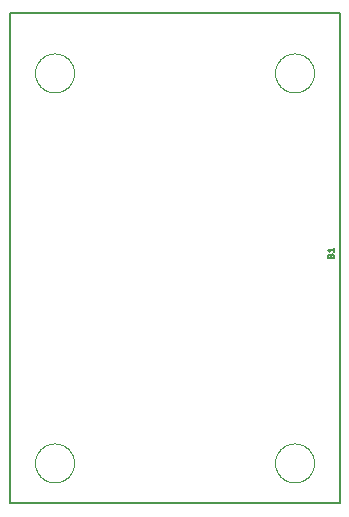
<source format=gbo>
G75*
%MOIN*%
%OFA0B0*%
%FSLAX25Y25*%
%IPPOS*%
%LPD*%
%AMOC8*
5,1,8,0,0,1.08239X$1,22.5*
%
%ADD10C,0.00800*%
%ADD11C,0.00000*%
%ADD12C,0.00500*%
D10*
X0001400Y0032750D02*
X0001400Y0196250D01*
X0111400Y0196250D01*
X0111400Y0032750D01*
X0001400Y0032750D01*
D11*
X0009900Y0046250D02*
X0009902Y0046411D01*
X0009908Y0046571D01*
X0009918Y0046732D01*
X0009932Y0046892D01*
X0009950Y0047052D01*
X0009971Y0047211D01*
X0009997Y0047370D01*
X0010027Y0047528D01*
X0010060Y0047685D01*
X0010098Y0047842D01*
X0010139Y0047997D01*
X0010184Y0048151D01*
X0010233Y0048304D01*
X0010286Y0048456D01*
X0010342Y0048607D01*
X0010403Y0048756D01*
X0010466Y0048904D01*
X0010534Y0049050D01*
X0010605Y0049194D01*
X0010679Y0049336D01*
X0010757Y0049477D01*
X0010839Y0049615D01*
X0010924Y0049752D01*
X0011012Y0049886D01*
X0011104Y0050018D01*
X0011199Y0050148D01*
X0011297Y0050276D01*
X0011398Y0050401D01*
X0011502Y0050523D01*
X0011609Y0050643D01*
X0011719Y0050760D01*
X0011832Y0050875D01*
X0011948Y0050986D01*
X0012067Y0051095D01*
X0012188Y0051200D01*
X0012312Y0051303D01*
X0012438Y0051403D01*
X0012566Y0051499D01*
X0012697Y0051592D01*
X0012831Y0051682D01*
X0012966Y0051769D01*
X0013104Y0051852D01*
X0013243Y0051932D01*
X0013385Y0052008D01*
X0013528Y0052081D01*
X0013673Y0052150D01*
X0013820Y0052216D01*
X0013968Y0052278D01*
X0014118Y0052336D01*
X0014269Y0052391D01*
X0014422Y0052442D01*
X0014576Y0052489D01*
X0014731Y0052532D01*
X0014887Y0052571D01*
X0015043Y0052607D01*
X0015201Y0052638D01*
X0015359Y0052666D01*
X0015518Y0052690D01*
X0015678Y0052710D01*
X0015838Y0052726D01*
X0015998Y0052738D01*
X0016159Y0052746D01*
X0016320Y0052750D01*
X0016480Y0052750D01*
X0016641Y0052746D01*
X0016802Y0052738D01*
X0016962Y0052726D01*
X0017122Y0052710D01*
X0017282Y0052690D01*
X0017441Y0052666D01*
X0017599Y0052638D01*
X0017757Y0052607D01*
X0017913Y0052571D01*
X0018069Y0052532D01*
X0018224Y0052489D01*
X0018378Y0052442D01*
X0018531Y0052391D01*
X0018682Y0052336D01*
X0018832Y0052278D01*
X0018980Y0052216D01*
X0019127Y0052150D01*
X0019272Y0052081D01*
X0019415Y0052008D01*
X0019557Y0051932D01*
X0019696Y0051852D01*
X0019834Y0051769D01*
X0019969Y0051682D01*
X0020103Y0051592D01*
X0020234Y0051499D01*
X0020362Y0051403D01*
X0020488Y0051303D01*
X0020612Y0051200D01*
X0020733Y0051095D01*
X0020852Y0050986D01*
X0020968Y0050875D01*
X0021081Y0050760D01*
X0021191Y0050643D01*
X0021298Y0050523D01*
X0021402Y0050401D01*
X0021503Y0050276D01*
X0021601Y0050148D01*
X0021696Y0050018D01*
X0021788Y0049886D01*
X0021876Y0049752D01*
X0021961Y0049615D01*
X0022043Y0049477D01*
X0022121Y0049336D01*
X0022195Y0049194D01*
X0022266Y0049050D01*
X0022334Y0048904D01*
X0022397Y0048756D01*
X0022458Y0048607D01*
X0022514Y0048456D01*
X0022567Y0048304D01*
X0022616Y0048151D01*
X0022661Y0047997D01*
X0022702Y0047842D01*
X0022740Y0047685D01*
X0022773Y0047528D01*
X0022803Y0047370D01*
X0022829Y0047211D01*
X0022850Y0047052D01*
X0022868Y0046892D01*
X0022882Y0046732D01*
X0022892Y0046571D01*
X0022898Y0046411D01*
X0022900Y0046250D01*
X0022898Y0046089D01*
X0022892Y0045929D01*
X0022882Y0045768D01*
X0022868Y0045608D01*
X0022850Y0045448D01*
X0022829Y0045289D01*
X0022803Y0045130D01*
X0022773Y0044972D01*
X0022740Y0044815D01*
X0022702Y0044658D01*
X0022661Y0044503D01*
X0022616Y0044349D01*
X0022567Y0044196D01*
X0022514Y0044044D01*
X0022458Y0043893D01*
X0022397Y0043744D01*
X0022334Y0043596D01*
X0022266Y0043450D01*
X0022195Y0043306D01*
X0022121Y0043164D01*
X0022043Y0043023D01*
X0021961Y0042885D01*
X0021876Y0042748D01*
X0021788Y0042614D01*
X0021696Y0042482D01*
X0021601Y0042352D01*
X0021503Y0042224D01*
X0021402Y0042099D01*
X0021298Y0041977D01*
X0021191Y0041857D01*
X0021081Y0041740D01*
X0020968Y0041625D01*
X0020852Y0041514D01*
X0020733Y0041405D01*
X0020612Y0041300D01*
X0020488Y0041197D01*
X0020362Y0041097D01*
X0020234Y0041001D01*
X0020103Y0040908D01*
X0019969Y0040818D01*
X0019834Y0040731D01*
X0019696Y0040648D01*
X0019557Y0040568D01*
X0019415Y0040492D01*
X0019272Y0040419D01*
X0019127Y0040350D01*
X0018980Y0040284D01*
X0018832Y0040222D01*
X0018682Y0040164D01*
X0018531Y0040109D01*
X0018378Y0040058D01*
X0018224Y0040011D01*
X0018069Y0039968D01*
X0017913Y0039929D01*
X0017757Y0039893D01*
X0017599Y0039862D01*
X0017441Y0039834D01*
X0017282Y0039810D01*
X0017122Y0039790D01*
X0016962Y0039774D01*
X0016802Y0039762D01*
X0016641Y0039754D01*
X0016480Y0039750D01*
X0016320Y0039750D01*
X0016159Y0039754D01*
X0015998Y0039762D01*
X0015838Y0039774D01*
X0015678Y0039790D01*
X0015518Y0039810D01*
X0015359Y0039834D01*
X0015201Y0039862D01*
X0015043Y0039893D01*
X0014887Y0039929D01*
X0014731Y0039968D01*
X0014576Y0040011D01*
X0014422Y0040058D01*
X0014269Y0040109D01*
X0014118Y0040164D01*
X0013968Y0040222D01*
X0013820Y0040284D01*
X0013673Y0040350D01*
X0013528Y0040419D01*
X0013385Y0040492D01*
X0013243Y0040568D01*
X0013104Y0040648D01*
X0012966Y0040731D01*
X0012831Y0040818D01*
X0012697Y0040908D01*
X0012566Y0041001D01*
X0012438Y0041097D01*
X0012312Y0041197D01*
X0012188Y0041300D01*
X0012067Y0041405D01*
X0011948Y0041514D01*
X0011832Y0041625D01*
X0011719Y0041740D01*
X0011609Y0041857D01*
X0011502Y0041977D01*
X0011398Y0042099D01*
X0011297Y0042224D01*
X0011199Y0042352D01*
X0011104Y0042482D01*
X0011012Y0042614D01*
X0010924Y0042748D01*
X0010839Y0042885D01*
X0010757Y0043023D01*
X0010679Y0043164D01*
X0010605Y0043306D01*
X0010534Y0043450D01*
X0010466Y0043596D01*
X0010403Y0043744D01*
X0010342Y0043893D01*
X0010286Y0044044D01*
X0010233Y0044196D01*
X0010184Y0044349D01*
X0010139Y0044503D01*
X0010098Y0044658D01*
X0010060Y0044815D01*
X0010027Y0044972D01*
X0009997Y0045130D01*
X0009971Y0045289D01*
X0009950Y0045448D01*
X0009932Y0045608D01*
X0009918Y0045768D01*
X0009908Y0045929D01*
X0009902Y0046089D01*
X0009900Y0046250D01*
X0009900Y0176250D02*
X0009902Y0176411D01*
X0009908Y0176571D01*
X0009918Y0176732D01*
X0009932Y0176892D01*
X0009950Y0177052D01*
X0009971Y0177211D01*
X0009997Y0177370D01*
X0010027Y0177528D01*
X0010060Y0177685D01*
X0010098Y0177842D01*
X0010139Y0177997D01*
X0010184Y0178151D01*
X0010233Y0178304D01*
X0010286Y0178456D01*
X0010342Y0178607D01*
X0010403Y0178756D01*
X0010466Y0178904D01*
X0010534Y0179050D01*
X0010605Y0179194D01*
X0010679Y0179336D01*
X0010757Y0179477D01*
X0010839Y0179615D01*
X0010924Y0179752D01*
X0011012Y0179886D01*
X0011104Y0180018D01*
X0011199Y0180148D01*
X0011297Y0180276D01*
X0011398Y0180401D01*
X0011502Y0180523D01*
X0011609Y0180643D01*
X0011719Y0180760D01*
X0011832Y0180875D01*
X0011948Y0180986D01*
X0012067Y0181095D01*
X0012188Y0181200D01*
X0012312Y0181303D01*
X0012438Y0181403D01*
X0012566Y0181499D01*
X0012697Y0181592D01*
X0012831Y0181682D01*
X0012966Y0181769D01*
X0013104Y0181852D01*
X0013243Y0181932D01*
X0013385Y0182008D01*
X0013528Y0182081D01*
X0013673Y0182150D01*
X0013820Y0182216D01*
X0013968Y0182278D01*
X0014118Y0182336D01*
X0014269Y0182391D01*
X0014422Y0182442D01*
X0014576Y0182489D01*
X0014731Y0182532D01*
X0014887Y0182571D01*
X0015043Y0182607D01*
X0015201Y0182638D01*
X0015359Y0182666D01*
X0015518Y0182690D01*
X0015678Y0182710D01*
X0015838Y0182726D01*
X0015998Y0182738D01*
X0016159Y0182746D01*
X0016320Y0182750D01*
X0016480Y0182750D01*
X0016641Y0182746D01*
X0016802Y0182738D01*
X0016962Y0182726D01*
X0017122Y0182710D01*
X0017282Y0182690D01*
X0017441Y0182666D01*
X0017599Y0182638D01*
X0017757Y0182607D01*
X0017913Y0182571D01*
X0018069Y0182532D01*
X0018224Y0182489D01*
X0018378Y0182442D01*
X0018531Y0182391D01*
X0018682Y0182336D01*
X0018832Y0182278D01*
X0018980Y0182216D01*
X0019127Y0182150D01*
X0019272Y0182081D01*
X0019415Y0182008D01*
X0019557Y0181932D01*
X0019696Y0181852D01*
X0019834Y0181769D01*
X0019969Y0181682D01*
X0020103Y0181592D01*
X0020234Y0181499D01*
X0020362Y0181403D01*
X0020488Y0181303D01*
X0020612Y0181200D01*
X0020733Y0181095D01*
X0020852Y0180986D01*
X0020968Y0180875D01*
X0021081Y0180760D01*
X0021191Y0180643D01*
X0021298Y0180523D01*
X0021402Y0180401D01*
X0021503Y0180276D01*
X0021601Y0180148D01*
X0021696Y0180018D01*
X0021788Y0179886D01*
X0021876Y0179752D01*
X0021961Y0179615D01*
X0022043Y0179477D01*
X0022121Y0179336D01*
X0022195Y0179194D01*
X0022266Y0179050D01*
X0022334Y0178904D01*
X0022397Y0178756D01*
X0022458Y0178607D01*
X0022514Y0178456D01*
X0022567Y0178304D01*
X0022616Y0178151D01*
X0022661Y0177997D01*
X0022702Y0177842D01*
X0022740Y0177685D01*
X0022773Y0177528D01*
X0022803Y0177370D01*
X0022829Y0177211D01*
X0022850Y0177052D01*
X0022868Y0176892D01*
X0022882Y0176732D01*
X0022892Y0176571D01*
X0022898Y0176411D01*
X0022900Y0176250D01*
X0022898Y0176089D01*
X0022892Y0175929D01*
X0022882Y0175768D01*
X0022868Y0175608D01*
X0022850Y0175448D01*
X0022829Y0175289D01*
X0022803Y0175130D01*
X0022773Y0174972D01*
X0022740Y0174815D01*
X0022702Y0174658D01*
X0022661Y0174503D01*
X0022616Y0174349D01*
X0022567Y0174196D01*
X0022514Y0174044D01*
X0022458Y0173893D01*
X0022397Y0173744D01*
X0022334Y0173596D01*
X0022266Y0173450D01*
X0022195Y0173306D01*
X0022121Y0173164D01*
X0022043Y0173023D01*
X0021961Y0172885D01*
X0021876Y0172748D01*
X0021788Y0172614D01*
X0021696Y0172482D01*
X0021601Y0172352D01*
X0021503Y0172224D01*
X0021402Y0172099D01*
X0021298Y0171977D01*
X0021191Y0171857D01*
X0021081Y0171740D01*
X0020968Y0171625D01*
X0020852Y0171514D01*
X0020733Y0171405D01*
X0020612Y0171300D01*
X0020488Y0171197D01*
X0020362Y0171097D01*
X0020234Y0171001D01*
X0020103Y0170908D01*
X0019969Y0170818D01*
X0019834Y0170731D01*
X0019696Y0170648D01*
X0019557Y0170568D01*
X0019415Y0170492D01*
X0019272Y0170419D01*
X0019127Y0170350D01*
X0018980Y0170284D01*
X0018832Y0170222D01*
X0018682Y0170164D01*
X0018531Y0170109D01*
X0018378Y0170058D01*
X0018224Y0170011D01*
X0018069Y0169968D01*
X0017913Y0169929D01*
X0017757Y0169893D01*
X0017599Y0169862D01*
X0017441Y0169834D01*
X0017282Y0169810D01*
X0017122Y0169790D01*
X0016962Y0169774D01*
X0016802Y0169762D01*
X0016641Y0169754D01*
X0016480Y0169750D01*
X0016320Y0169750D01*
X0016159Y0169754D01*
X0015998Y0169762D01*
X0015838Y0169774D01*
X0015678Y0169790D01*
X0015518Y0169810D01*
X0015359Y0169834D01*
X0015201Y0169862D01*
X0015043Y0169893D01*
X0014887Y0169929D01*
X0014731Y0169968D01*
X0014576Y0170011D01*
X0014422Y0170058D01*
X0014269Y0170109D01*
X0014118Y0170164D01*
X0013968Y0170222D01*
X0013820Y0170284D01*
X0013673Y0170350D01*
X0013528Y0170419D01*
X0013385Y0170492D01*
X0013243Y0170568D01*
X0013104Y0170648D01*
X0012966Y0170731D01*
X0012831Y0170818D01*
X0012697Y0170908D01*
X0012566Y0171001D01*
X0012438Y0171097D01*
X0012312Y0171197D01*
X0012188Y0171300D01*
X0012067Y0171405D01*
X0011948Y0171514D01*
X0011832Y0171625D01*
X0011719Y0171740D01*
X0011609Y0171857D01*
X0011502Y0171977D01*
X0011398Y0172099D01*
X0011297Y0172224D01*
X0011199Y0172352D01*
X0011104Y0172482D01*
X0011012Y0172614D01*
X0010924Y0172748D01*
X0010839Y0172885D01*
X0010757Y0173023D01*
X0010679Y0173164D01*
X0010605Y0173306D01*
X0010534Y0173450D01*
X0010466Y0173596D01*
X0010403Y0173744D01*
X0010342Y0173893D01*
X0010286Y0174044D01*
X0010233Y0174196D01*
X0010184Y0174349D01*
X0010139Y0174503D01*
X0010098Y0174658D01*
X0010060Y0174815D01*
X0010027Y0174972D01*
X0009997Y0175130D01*
X0009971Y0175289D01*
X0009950Y0175448D01*
X0009932Y0175608D01*
X0009918Y0175768D01*
X0009908Y0175929D01*
X0009902Y0176089D01*
X0009900Y0176250D01*
X0089900Y0176250D02*
X0089902Y0176411D01*
X0089908Y0176571D01*
X0089918Y0176732D01*
X0089932Y0176892D01*
X0089950Y0177052D01*
X0089971Y0177211D01*
X0089997Y0177370D01*
X0090027Y0177528D01*
X0090060Y0177685D01*
X0090098Y0177842D01*
X0090139Y0177997D01*
X0090184Y0178151D01*
X0090233Y0178304D01*
X0090286Y0178456D01*
X0090342Y0178607D01*
X0090403Y0178756D01*
X0090466Y0178904D01*
X0090534Y0179050D01*
X0090605Y0179194D01*
X0090679Y0179336D01*
X0090757Y0179477D01*
X0090839Y0179615D01*
X0090924Y0179752D01*
X0091012Y0179886D01*
X0091104Y0180018D01*
X0091199Y0180148D01*
X0091297Y0180276D01*
X0091398Y0180401D01*
X0091502Y0180523D01*
X0091609Y0180643D01*
X0091719Y0180760D01*
X0091832Y0180875D01*
X0091948Y0180986D01*
X0092067Y0181095D01*
X0092188Y0181200D01*
X0092312Y0181303D01*
X0092438Y0181403D01*
X0092566Y0181499D01*
X0092697Y0181592D01*
X0092831Y0181682D01*
X0092966Y0181769D01*
X0093104Y0181852D01*
X0093243Y0181932D01*
X0093385Y0182008D01*
X0093528Y0182081D01*
X0093673Y0182150D01*
X0093820Y0182216D01*
X0093968Y0182278D01*
X0094118Y0182336D01*
X0094269Y0182391D01*
X0094422Y0182442D01*
X0094576Y0182489D01*
X0094731Y0182532D01*
X0094887Y0182571D01*
X0095043Y0182607D01*
X0095201Y0182638D01*
X0095359Y0182666D01*
X0095518Y0182690D01*
X0095678Y0182710D01*
X0095838Y0182726D01*
X0095998Y0182738D01*
X0096159Y0182746D01*
X0096320Y0182750D01*
X0096480Y0182750D01*
X0096641Y0182746D01*
X0096802Y0182738D01*
X0096962Y0182726D01*
X0097122Y0182710D01*
X0097282Y0182690D01*
X0097441Y0182666D01*
X0097599Y0182638D01*
X0097757Y0182607D01*
X0097913Y0182571D01*
X0098069Y0182532D01*
X0098224Y0182489D01*
X0098378Y0182442D01*
X0098531Y0182391D01*
X0098682Y0182336D01*
X0098832Y0182278D01*
X0098980Y0182216D01*
X0099127Y0182150D01*
X0099272Y0182081D01*
X0099415Y0182008D01*
X0099557Y0181932D01*
X0099696Y0181852D01*
X0099834Y0181769D01*
X0099969Y0181682D01*
X0100103Y0181592D01*
X0100234Y0181499D01*
X0100362Y0181403D01*
X0100488Y0181303D01*
X0100612Y0181200D01*
X0100733Y0181095D01*
X0100852Y0180986D01*
X0100968Y0180875D01*
X0101081Y0180760D01*
X0101191Y0180643D01*
X0101298Y0180523D01*
X0101402Y0180401D01*
X0101503Y0180276D01*
X0101601Y0180148D01*
X0101696Y0180018D01*
X0101788Y0179886D01*
X0101876Y0179752D01*
X0101961Y0179615D01*
X0102043Y0179477D01*
X0102121Y0179336D01*
X0102195Y0179194D01*
X0102266Y0179050D01*
X0102334Y0178904D01*
X0102397Y0178756D01*
X0102458Y0178607D01*
X0102514Y0178456D01*
X0102567Y0178304D01*
X0102616Y0178151D01*
X0102661Y0177997D01*
X0102702Y0177842D01*
X0102740Y0177685D01*
X0102773Y0177528D01*
X0102803Y0177370D01*
X0102829Y0177211D01*
X0102850Y0177052D01*
X0102868Y0176892D01*
X0102882Y0176732D01*
X0102892Y0176571D01*
X0102898Y0176411D01*
X0102900Y0176250D01*
X0102898Y0176089D01*
X0102892Y0175929D01*
X0102882Y0175768D01*
X0102868Y0175608D01*
X0102850Y0175448D01*
X0102829Y0175289D01*
X0102803Y0175130D01*
X0102773Y0174972D01*
X0102740Y0174815D01*
X0102702Y0174658D01*
X0102661Y0174503D01*
X0102616Y0174349D01*
X0102567Y0174196D01*
X0102514Y0174044D01*
X0102458Y0173893D01*
X0102397Y0173744D01*
X0102334Y0173596D01*
X0102266Y0173450D01*
X0102195Y0173306D01*
X0102121Y0173164D01*
X0102043Y0173023D01*
X0101961Y0172885D01*
X0101876Y0172748D01*
X0101788Y0172614D01*
X0101696Y0172482D01*
X0101601Y0172352D01*
X0101503Y0172224D01*
X0101402Y0172099D01*
X0101298Y0171977D01*
X0101191Y0171857D01*
X0101081Y0171740D01*
X0100968Y0171625D01*
X0100852Y0171514D01*
X0100733Y0171405D01*
X0100612Y0171300D01*
X0100488Y0171197D01*
X0100362Y0171097D01*
X0100234Y0171001D01*
X0100103Y0170908D01*
X0099969Y0170818D01*
X0099834Y0170731D01*
X0099696Y0170648D01*
X0099557Y0170568D01*
X0099415Y0170492D01*
X0099272Y0170419D01*
X0099127Y0170350D01*
X0098980Y0170284D01*
X0098832Y0170222D01*
X0098682Y0170164D01*
X0098531Y0170109D01*
X0098378Y0170058D01*
X0098224Y0170011D01*
X0098069Y0169968D01*
X0097913Y0169929D01*
X0097757Y0169893D01*
X0097599Y0169862D01*
X0097441Y0169834D01*
X0097282Y0169810D01*
X0097122Y0169790D01*
X0096962Y0169774D01*
X0096802Y0169762D01*
X0096641Y0169754D01*
X0096480Y0169750D01*
X0096320Y0169750D01*
X0096159Y0169754D01*
X0095998Y0169762D01*
X0095838Y0169774D01*
X0095678Y0169790D01*
X0095518Y0169810D01*
X0095359Y0169834D01*
X0095201Y0169862D01*
X0095043Y0169893D01*
X0094887Y0169929D01*
X0094731Y0169968D01*
X0094576Y0170011D01*
X0094422Y0170058D01*
X0094269Y0170109D01*
X0094118Y0170164D01*
X0093968Y0170222D01*
X0093820Y0170284D01*
X0093673Y0170350D01*
X0093528Y0170419D01*
X0093385Y0170492D01*
X0093243Y0170568D01*
X0093104Y0170648D01*
X0092966Y0170731D01*
X0092831Y0170818D01*
X0092697Y0170908D01*
X0092566Y0171001D01*
X0092438Y0171097D01*
X0092312Y0171197D01*
X0092188Y0171300D01*
X0092067Y0171405D01*
X0091948Y0171514D01*
X0091832Y0171625D01*
X0091719Y0171740D01*
X0091609Y0171857D01*
X0091502Y0171977D01*
X0091398Y0172099D01*
X0091297Y0172224D01*
X0091199Y0172352D01*
X0091104Y0172482D01*
X0091012Y0172614D01*
X0090924Y0172748D01*
X0090839Y0172885D01*
X0090757Y0173023D01*
X0090679Y0173164D01*
X0090605Y0173306D01*
X0090534Y0173450D01*
X0090466Y0173596D01*
X0090403Y0173744D01*
X0090342Y0173893D01*
X0090286Y0174044D01*
X0090233Y0174196D01*
X0090184Y0174349D01*
X0090139Y0174503D01*
X0090098Y0174658D01*
X0090060Y0174815D01*
X0090027Y0174972D01*
X0089997Y0175130D01*
X0089971Y0175289D01*
X0089950Y0175448D01*
X0089932Y0175608D01*
X0089918Y0175768D01*
X0089908Y0175929D01*
X0089902Y0176089D01*
X0089900Y0176250D01*
X0089900Y0046250D02*
X0089902Y0046411D01*
X0089908Y0046571D01*
X0089918Y0046732D01*
X0089932Y0046892D01*
X0089950Y0047052D01*
X0089971Y0047211D01*
X0089997Y0047370D01*
X0090027Y0047528D01*
X0090060Y0047685D01*
X0090098Y0047842D01*
X0090139Y0047997D01*
X0090184Y0048151D01*
X0090233Y0048304D01*
X0090286Y0048456D01*
X0090342Y0048607D01*
X0090403Y0048756D01*
X0090466Y0048904D01*
X0090534Y0049050D01*
X0090605Y0049194D01*
X0090679Y0049336D01*
X0090757Y0049477D01*
X0090839Y0049615D01*
X0090924Y0049752D01*
X0091012Y0049886D01*
X0091104Y0050018D01*
X0091199Y0050148D01*
X0091297Y0050276D01*
X0091398Y0050401D01*
X0091502Y0050523D01*
X0091609Y0050643D01*
X0091719Y0050760D01*
X0091832Y0050875D01*
X0091948Y0050986D01*
X0092067Y0051095D01*
X0092188Y0051200D01*
X0092312Y0051303D01*
X0092438Y0051403D01*
X0092566Y0051499D01*
X0092697Y0051592D01*
X0092831Y0051682D01*
X0092966Y0051769D01*
X0093104Y0051852D01*
X0093243Y0051932D01*
X0093385Y0052008D01*
X0093528Y0052081D01*
X0093673Y0052150D01*
X0093820Y0052216D01*
X0093968Y0052278D01*
X0094118Y0052336D01*
X0094269Y0052391D01*
X0094422Y0052442D01*
X0094576Y0052489D01*
X0094731Y0052532D01*
X0094887Y0052571D01*
X0095043Y0052607D01*
X0095201Y0052638D01*
X0095359Y0052666D01*
X0095518Y0052690D01*
X0095678Y0052710D01*
X0095838Y0052726D01*
X0095998Y0052738D01*
X0096159Y0052746D01*
X0096320Y0052750D01*
X0096480Y0052750D01*
X0096641Y0052746D01*
X0096802Y0052738D01*
X0096962Y0052726D01*
X0097122Y0052710D01*
X0097282Y0052690D01*
X0097441Y0052666D01*
X0097599Y0052638D01*
X0097757Y0052607D01*
X0097913Y0052571D01*
X0098069Y0052532D01*
X0098224Y0052489D01*
X0098378Y0052442D01*
X0098531Y0052391D01*
X0098682Y0052336D01*
X0098832Y0052278D01*
X0098980Y0052216D01*
X0099127Y0052150D01*
X0099272Y0052081D01*
X0099415Y0052008D01*
X0099557Y0051932D01*
X0099696Y0051852D01*
X0099834Y0051769D01*
X0099969Y0051682D01*
X0100103Y0051592D01*
X0100234Y0051499D01*
X0100362Y0051403D01*
X0100488Y0051303D01*
X0100612Y0051200D01*
X0100733Y0051095D01*
X0100852Y0050986D01*
X0100968Y0050875D01*
X0101081Y0050760D01*
X0101191Y0050643D01*
X0101298Y0050523D01*
X0101402Y0050401D01*
X0101503Y0050276D01*
X0101601Y0050148D01*
X0101696Y0050018D01*
X0101788Y0049886D01*
X0101876Y0049752D01*
X0101961Y0049615D01*
X0102043Y0049477D01*
X0102121Y0049336D01*
X0102195Y0049194D01*
X0102266Y0049050D01*
X0102334Y0048904D01*
X0102397Y0048756D01*
X0102458Y0048607D01*
X0102514Y0048456D01*
X0102567Y0048304D01*
X0102616Y0048151D01*
X0102661Y0047997D01*
X0102702Y0047842D01*
X0102740Y0047685D01*
X0102773Y0047528D01*
X0102803Y0047370D01*
X0102829Y0047211D01*
X0102850Y0047052D01*
X0102868Y0046892D01*
X0102882Y0046732D01*
X0102892Y0046571D01*
X0102898Y0046411D01*
X0102900Y0046250D01*
X0102898Y0046089D01*
X0102892Y0045929D01*
X0102882Y0045768D01*
X0102868Y0045608D01*
X0102850Y0045448D01*
X0102829Y0045289D01*
X0102803Y0045130D01*
X0102773Y0044972D01*
X0102740Y0044815D01*
X0102702Y0044658D01*
X0102661Y0044503D01*
X0102616Y0044349D01*
X0102567Y0044196D01*
X0102514Y0044044D01*
X0102458Y0043893D01*
X0102397Y0043744D01*
X0102334Y0043596D01*
X0102266Y0043450D01*
X0102195Y0043306D01*
X0102121Y0043164D01*
X0102043Y0043023D01*
X0101961Y0042885D01*
X0101876Y0042748D01*
X0101788Y0042614D01*
X0101696Y0042482D01*
X0101601Y0042352D01*
X0101503Y0042224D01*
X0101402Y0042099D01*
X0101298Y0041977D01*
X0101191Y0041857D01*
X0101081Y0041740D01*
X0100968Y0041625D01*
X0100852Y0041514D01*
X0100733Y0041405D01*
X0100612Y0041300D01*
X0100488Y0041197D01*
X0100362Y0041097D01*
X0100234Y0041001D01*
X0100103Y0040908D01*
X0099969Y0040818D01*
X0099834Y0040731D01*
X0099696Y0040648D01*
X0099557Y0040568D01*
X0099415Y0040492D01*
X0099272Y0040419D01*
X0099127Y0040350D01*
X0098980Y0040284D01*
X0098832Y0040222D01*
X0098682Y0040164D01*
X0098531Y0040109D01*
X0098378Y0040058D01*
X0098224Y0040011D01*
X0098069Y0039968D01*
X0097913Y0039929D01*
X0097757Y0039893D01*
X0097599Y0039862D01*
X0097441Y0039834D01*
X0097282Y0039810D01*
X0097122Y0039790D01*
X0096962Y0039774D01*
X0096802Y0039762D01*
X0096641Y0039754D01*
X0096480Y0039750D01*
X0096320Y0039750D01*
X0096159Y0039754D01*
X0095998Y0039762D01*
X0095838Y0039774D01*
X0095678Y0039790D01*
X0095518Y0039810D01*
X0095359Y0039834D01*
X0095201Y0039862D01*
X0095043Y0039893D01*
X0094887Y0039929D01*
X0094731Y0039968D01*
X0094576Y0040011D01*
X0094422Y0040058D01*
X0094269Y0040109D01*
X0094118Y0040164D01*
X0093968Y0040222D01*
X0093820Y0040284D01*
X0093673Y0040350D01*
X0093528Y0040419D01*
X0093385Y0040492D01*
X0093243Y0040568D01*
X0093104Y0040648D01*
X0092966Y0040731D01*
X0092831Y0040818D01*
X0092697Y0040908D01*
X0092566Y0041001D01*
X0092438Y0041097D01*
X0092312Y0041197D01*
X0092188Y0041300D01*
X0092067Y0041405D01*
X0091948Y0041514D01*
X0091832Y0041625D01*
X0091719Y0041740D01*
X0091609Y0041857D01*
X0091502Y0041977D01*
X0091398Y0042099D01*
X0091297Y0042224D01*
X0091199Y0042352D01*
X0091104Y0042482D01*
X0091012Y0042614D01*
X0090924Y0042748D01*
X0090839Y0042885D01*
X0090757Y0043023D01*
X0090679Y0043164D01*
X0090605Y0043306D01*
X0090534Y0043450D01*
X0090466Y0043596D01*
X0090403Y0043744D01*
X0090342Y0043893D01*
X0090286Y0044044D01*
X0090233Y0044196D01*
X0090184Y0044349D01*
X0090139Y0044503D01*
X0090098Y0044658D01*
X0090060Y0044815D01*
X0090027Y0044972D01*
X0089997Y0045130D01*
X0089971Y0045289D01*
X0089950Y0045448D01*
X0089932Y0045608D01*
X0089918Y0045768D01*
X0089908Y0045929D01*
X0089902Y0046089D01*
X0089900Y0046250D01*
D12*
X0107650Y0114707D02*
X0107650Y0115235D01*
X0107652Y0115275D01*
X0107658Y0115315D01*
X0107667Y0115354D01*
X0107680Y0115392D01*
X0107697Y0115428D01*
X0107717Y0115463D01*
X0107740Y0115496D01*
X0107767Y0115526D01*
X0107796Y0115554D01*
X0107827Y0115579D01*
X0107861Y0115600D01*
X0107897Y0115619D01*
X0107934Y0115634D01*
X0107973Y0115645D01*
X0108012Y0115653D01*
X0108052Y0115657D01*
X0108092Y0115657D01*
X0108132Y0115653D01*
X0108171Y0115645D01*
X0108210Y0115634D01*
X0108247Y0115619D01*
X0108283Y0115600D01*
X0108317Y0115579D01*
X0108348Y0115554D01*
X0108377Y0115526D01*
X0108404Y0115496D01*
X0108427Y0115463D01*
X0108447Y0115428D01*
X0108464Y0115392D01*
X0108477Y0115354D01*
X0108486Y0115315D01*
X0108492Y0115275D01*
X0108494Y0115235D01*
X0108494Y0114707D01*
X0108494Y0115235D02*
X0108496Y0115280D01*
X0108502Y0115324D01*
X0108511Y0115368D01*
X0108524Y0115411D01*
X0108541Y0115452D01*
X0108561Y0115493D01*
X0108585Y0115531D01*
X0108611Y0115567D01*
X0108641Y0115600D01*
X0108673Y0115631D01*
X0108708Y0115660D01*
X0108745Y0115685D01*
X0108784Y0115706D01*
X0108825Y0115725D01*
X0108867Y0115740D01*
X0108911Y0115751D01*
X0108955Y0115759D01*
X0109000Y0115763D01*
X0109044Y0115763D01*
X0109089Y0115759D01*
X0109133Y0115751D01*
X0109177Y0115740D01*
X0109219Y0115725D01*
X0109260Y0115706D01*
X0109299Y0115685D01*
X0109336Y0115660D01*
X0109371Y0115631D01*
X0109403Y0115600D01*
X0109433Y0115567D01*
X0109459Y0115531D01*
X0109483Y0115493D01*
X0109503Y0115452D01*
X0109520Y0115411D01*
X0109533Y0115368D01*
X0109542Y0115324D01*
X0109548Y0115280D01*
X0109550Y0115235D01*
X0109550Y0114707D01*
X0107650Y0114707D01*
X0108072Y0116737D02*
X0107650Y0117265D01*
X0109550Y0117265D01*
X0109550Y0116737D02*
X0109550Y0117793D01*
M02*

</source>
